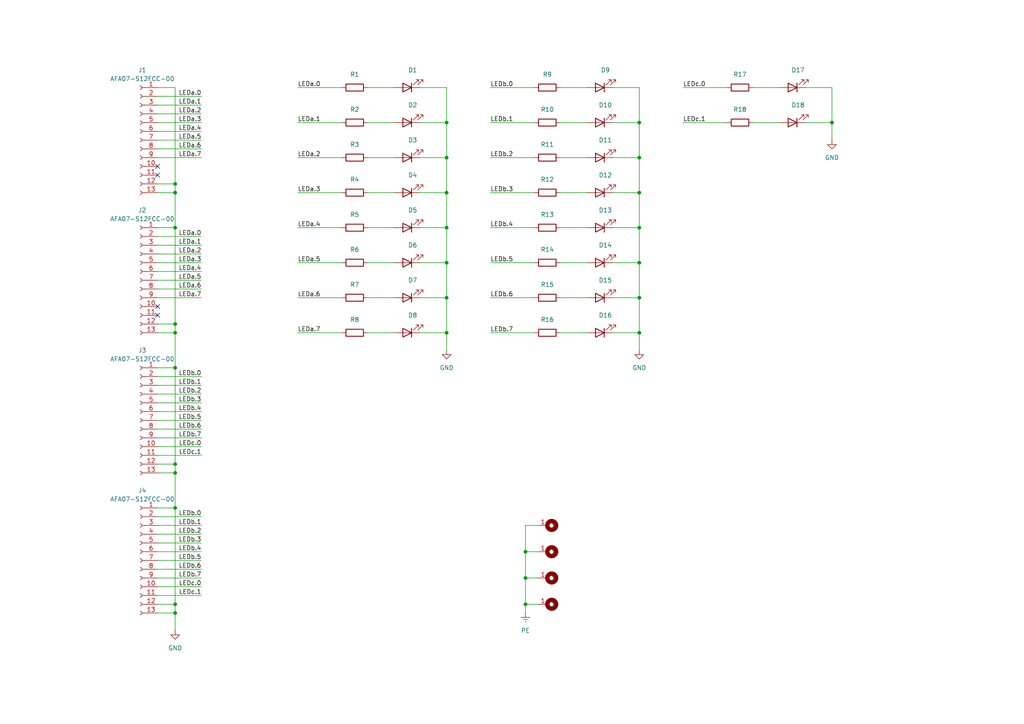
<source format=kicad_sch>
(kicad_sch (version 20250114) (generator "eeschema") (generator_version "9.0")
  (paper "A4")
  (title_block (title "${article} v${version}"))
  (lib_symbols
    (symbol "Device:R" (pin_numbers (hide yes)) (pin_names (offset 0))
      (property "Reference" "R" (at 2.032 0 90))
      (property "Value" "R" (at 0 0 90))
      (symbol "R_0_1"
        (rectangle (start -1.016 -2.54) (end 1.016 2.54) (stroke (width 0.254)))
      )
      (symbol "R_1_1"
        (pin passive line (at 0 3.81 270) (length 1.27) (name "~") (number "1"))
        (pin passive line (at 0 -3.81 90) (length 1.27) (name "~") (number "2"))
      )
    )
    (symbol "kicad_inventree_lib:AFA07-S12FCC-00" (pin_names (offset 1.016) (hide yes))
      (property "Reference" "J" (at 0 12.7 0))
      (property "Value" "AFA07-S12FCC-00" (at 0 -27.94 0))
      (symbol "AFA07-S12FCC-00_1_1"
        (polyline (pts (xy -1.27 10.16) (xy -0.508 10.16)) (stroke (width 0.1524)))
        (polyline (pts (xy -1.27 7.62) (xy -0.508 7.62)) (stroke (width 0.1524)))
        (polyline (pts (xy -1.27 5.08) (xy -0.508 5.08)) (stroke (width 0.1524)))
        (polyline (pts (xy -1.27 2.54) (xy -0.508 2.54)) (stroke (width 0.1524)))
        (polyline (pts (xy -1.27 0) (xy -0.508 0)) (stroke (width 0.1524)))
        (polyline (pts (xy -1.27 -2.54) (xy -0.508 -2.54)) (stroke (width 0.1524)))
        (polyline (pts (xy -1.27 -5.08) (xy -0.508 -5.08)) (stroke (width 0.1524)))
        (polyline (pts (xy -1.27 -7.62) (xy -0.508 -7.62)) (stroke (width 0.1524)))
        (polyline (pts (xy -1.27 -10.16) (xy -0.508 -10.16)) (stroke (width 0.1524)))
        (polyline (pts (xy -1.27 -12.7) (xy -0.508 -12.7)) (stroke (width 0.1524)))
        (polyline (pts (xy -1.27 -15.24) (xy -0.508 -15.24)) (stroke (width 0.1524)))
        (polyline (pts (xy -1.27 -17.78) (xy -0.508 -17.78)) (stroke (width 0.1524)))
        (polyline (pts (xy -1.27 -20.32) (xy -0.508 -20.32)) (stroke (width 0.1524)))
        (arc (start 0 9.652) (mid -0.5058 10.16) (end 0 10.668) (stroke (width 0.1524)))
        (arc (start 0 7.112) (mid -0.5058 7.62) (end 0 8.128) (stroke (width 0.1524)))
        (arc (start 0 4.572) (mid -0.5058 5.08) (end 0 5.588) (stroke (width 0.1524)))
        (arc (start 0 2.032) (mid -0.5058 2.54) (end 0 3.048) (stroke (width 0.1524)))
        (arc (start 0 -0.508) (mid -0.5058 0) (end 0 0.508) (stroke (width 0.1524)))
        (arc (start 0 -3.048) (mid -0.5058 -2.54) (end 0 -2.032) (stroke (width 0.1524)))
        (arc (start 0 -5.588) (mid -0.5058 -5.08) (end 0 -4.572) (stroke (width 0.1524)))
        (arc (start 0 -8.128) (mid -0.5058 -7.62) (end 0 -7.112) (stroke (width 0.1524)))
        (arc (start 0 -10.668) (mid -0.5058 -10.16) (end 0 -9.652) (stroke (width 0.1524)))
        (arc (start 0 -13.208) (mid -0.5058 -12.7) (end 0 -12.192) (stroke (width 0.1524)))
        (arc (start 0 -15.748) (mid -0.5058 -15.24) (end 0 -14.732) (stroke (width 0.1524)))
        (arc (start 0 -18.288) (mid -0.5058 -17.78) (end 0 -17.272) (stroke (width 0.1524)))
        (arc (start 0 -20.828) (mid -0.5058 -20.32) (end 0 -19.812) (stroke (width 0.1524)))
        (pin passive line (at -5.08 10.16 0) (length 3.81) (name "Pin_1") (number "1"))
        (pin passive line (at -5.08 7.62 0) (length 3.81) (name "Pin_2") (number "2"))
        (pin passive line (at -5.08 5.08 0) (length 3.81) (name "Pin_3") (number "3"))
        (pin passive line (at -5.08 2.54 0) (length 3.81) (name "Pin_4") (number "4"))
        (pin passive line (at -5.08 0 0) (length 3.81) (name "Pin_5") (number "5"))
        (pin passive line (at -5.08 -2.54 0) (length 3.81) (name "Pin_6") (number "6"))
        (pin passive line (at -5.08 -5.08 0) (length 3.81) (name "Pin_7") (number "7"))
        (pin passive line (at -5.08 -7.62 0) (length 3.81) (name "Pin_8") (number "8"))
        (pin passive line (at -5.08 -10.16 0) (length 3.81) (name "Pin_9") (number "9"))
        (pin passive line (at -5.08 -12.7 0) (length 3.81) (name "Pin_10") (number "10"))
        (pin passive line (at -5.08 -15.24 0) (length 3.81) (name "Pin_11") (number "11"))
        (pin passive line (at -5.08 -17.78 0) (length 3.81) (name "Pin_11") (number "12"))
        (pin passive line (at -5.08 -20.32 0) (length 3.81) (name "Pin_11") (number "13"))
      )
    )
    (symbol "kicad_inventree_lib:MountingHole_M4" (pin_names (offset 1.016)) (exclude_from_sim yes) (in_bom no)
      (symbol "MountingHole_M4_0_1"
        (circle (center 0 0) (radius 1.27) (stroke (width 1.27)))
      )
      (symbol "MountingHole_M4_1_1"
        (pin input line (at 0 -3.81 90) (length 2.54) (name "1") (number "1"))
      )
    )
    (symbol "kicad_inventree_lib:XL-1606SYGC" (pin_numbers (hide yes)) (pin_names (offset 1.016) (hide yes))
      (property "Reference" "D" (at 0 2.54 0))
      (property "Value" "XL-1606SYGC" (at 0 -3.81 0))
      (symbol "XL-1606SYGC_0_1"
        (polyline (pts (xy -3.048 -0.762) (xy -4.572 -2.286) (xy -3.81 -2.286) (xy -4.572 -2.286) (xy -4.572 -1.524)))
        (polyline (pts (xy -1.778 -0.762) (xy -3.302 -2.286) (xy -2.54 -2.286) (xy -3.302 -2.286) (xy -3.302 -1.524)))
        (polyline (pts (xy -1.27 0) (xy 1.27 0)))
        (polyline (pts (xy -1.27 -1.27) (xy -1.27 1.27)) (stroke (width 0.254)))
        (polyline (pts (xy 1.27 -1.27) (xy 1.27 1.27) (xy -1.27 0) (xy 1.27 -1.27)) (stroke (width 0.254)))
      )
      (symbol "XL-1606SYGC_1_1"
        (pin passive line (at -3.81 0 0) (length 2.54) (name "K") (number "1"))
        (pin passive line (at 3.81 0 180) (length 2.54) (name "A") (number "2"))
      )
    )
    (symbol "power:Earth" (power) (pin_numbers (hide yes)) (pin_names (offset 0) (hide yes))
      (property "Value" "Earth" (at 0 -3.81 0))
      (symbol "Earth_0_1"
        (polyline (pts (xy -0.635 -1.905) (xy 0.635 -1.905)))
        (polyline (pts (xy -0.127 -2.54) (xy 0.127 -2.54)))
        (polyline (pts (xy 0 -1.27) (xy 0 0)))
        (polyline (pts (xy 1.27 -1.27) (xy -1.27 -1.27)))
      )
      (symbol "Earth_1_1"
        (pin power_in line (at 0 0 270) (length 0) (name "~") (number "1"))
      )
    )
    (symbol "power:GND" (power) (pin_numbers (hide yes)) (pin_names (offset 0) (hide yes))
      (property "Value" "GND" (at 0 -3.81 0))
      (symbol "GND_0_1"
        (polyline (pts (xy 0 0) (xy 0 -1.27) (xy 1.27 -1.27) (xy 0 -2.54) (xy -1.27 -1.27) (xy 0 -1.27)))
      )
      (symbol "GND_1_1"
        (pin power_in line (at 0 0 270) (length 0) (name "~") (number "1"))
      )
    )
  )
  (junction (at 50.8 134.62))
  (junction (at 241.3 35.56))
  (junction (at 185.42 96.52))
  (junction (at 50.8 66.04))
  (junction (at 50.8 175.26))
  (junction (at 185.42 76.2))
  (junction (at 50.8 147.32))
  (junction (at 129.54 66.04))
  (junction (at 185.42 55.88))
  (junction (at 152.4 167.64))
  (junction (at 50.8 96.52))
  (junction (at 185.42 66.04))
  (junction (at 185.42 35.56))
  (junction (at 50.8 106.68))
  (junction (at 129.54 96.52))
  (junction (at 50.8 93.98))
  (junction (at 129.54 76.2))
  (junction (at 152.4 175.26))
  (junction (at 50.8 177.8))
  (junction (at 185.42 45.72))
  (junction (at 129.54 55.88))
  (junction (at 129.54 86.36))
  (junction (at 129.54 35.56))
  (junction (at 152.4 160.02))
  (junction (at 50.8 53.34))
  (junction (at 185.42 86.36))
  (junction (at 50.8 55.88))
  (junction (at 50.8 137.16))
  (junction (at 129.54 45.72))
  (no_connect (at 45.72 88.9))
  (no_connect (at 45.72 50.8))
  (no_connect (at 45.72 91.44))
  (no_connect (at 45.72 48.26))
  (wire (pts (xy 99.06 25.4) (xy 86.36 25.4)))
  (wire (pts (xy 45.72 86.36) (xy 58.42 86.36)))
  (wire (pts (xy 45.72 78.74) (xy 58.42 78.74)))
  (wire (pts (xy 156.21 160.02) (xy 152.4 160.02)))
  (wire (pts (xy 210.82 35.56) (xy 198.12 35.56)))
  (wire (pts (xy 185.42 55.88) (xy 185.42 66.04)))
  (wire (pts (xy 45.72 30.48) (xy 58.42 30.48)))
  (wire (pts (xy 210.82 25.4) (xy 198.12 25.4)))
  (wire (pts (xy 154.94 76.2) (xy 142.24 76.2)))
  (wire (pts (xy 114.3 35.56) (xy 106.68 35.56)))
  (wire (pts (xy 45.72 66.04) (xy 50.8 66.04)))
  (wire (pts (xy 185.42 55.88) (xy 177.8 55.88)))
  (wire (pts (xy 45.72 165.1) (xy 58.42 165.1)))
  (wire (pts (xy 99.06 45.72) (xy 86.36 45.72)))
  (wire (pts (xy 45.72 55.88) (xy 50.8 55.88)))
  (wire (pts (xy 170.18 35.56) (xy 162.56 35.56)))
  (wire (pts (xy 45.72 68.58) (xy 58.42 68.58)))
  (wire (pts (xy 129.54 45.72) (xy 129.54 55.88)))
  (wire (pts (xy 45.72 96.52) (xy 50.8 96.52)))
  (wire (pts (xy 45.72 129.54) (xy 58.42 129.54)))
  (wire (pts (xy 45.72 109.22) (xy 58.42 109.22)))
  (wire (pts (xy 50.8 53.34) (xy 50.8 55.88)))
  (wire (pts (xy 156.21 167.64) (xy 152.4 167.64)))
  (wire (pts (xy 50.8 147.32) (xy 50.8 175.26)))
  (wire (pts (xy 170.18 25.4) (xy 162.56 25.4)))
  (wire (pts (xy 45.72 121.92) (xy 58.42 121.92)))
  (wire (pts (xy 185.42 66.04) (xy 177.8 66.04)))
  (wire (pts (xy 45.72 132.08) (xy 58.42 132.08)))
  (wire (pts (xy 45.72 27.94) (xy 58.42 27.94)))
  (wire (pts (xy 129.54 96.52) (xy 129.54 101.6)))
  (wire (pts (xy 45.72 175.26) (xy 50.8 175.26)))
  (wire (pts (xy 185.42 35.56) (xy 177.8 35.56)))
  (wire (pts (xy 114.3 55.88) (xy 106.68 55.88)))
  (wire (pts (xy 45.72 71.12) (xy 58.42 71.12)))
  (wire (pts (xy 154.94 55.88) (xy 142.24 55.88)))
  (wire (pts (xy 45.72 137.16) (xy 50.8 137.16)))
  (wire (pts (xy 45.72 35.56) (xy 58.42 35.56)))
  (wire (pts (xy 129.54 66.04) (xy 129.54 76.2)))
  (wire (pts (xy 114.3 66.04) (xy 106.68 66.04)))
  (wire (pts (xy 152.4 152.4) (xy 152.4 160.02)))
  (wire (pts (xy 45.72 119.38) (xy 58.42 119.38)))
  (wire (pts (xy 114.3 76.2) (xy 106.68 76.2)))
  (wire (pts (xy 45.72 160.02) (xy 58.42 160.02)))
  (wire (pts (xy 170.18 55.88) (xy 162.56 55.88)))
  (wire (pts (xy 154.94 86.36) (xy 142.24 86.36)))
  (wire (pts (xy 45.72 177.8) (xy 50.8 177.8)))
  (wire (pts (xy 185.42 35.56) (xy 185.42 45.72)))
  (wire (pts (xy 50.8 175.26) (xy 50.8 177.8)))
  (wire (pts (xy 170.18 96.52) (xy 162.56 96.52)))
  (wire (pts (xy 241.3 35.56) (xy 233.68 35.56)))
  (wire (pts (xy 45.72 114.3) (xy 58.42 114.3)))
  (wire (pts (xy 45.72 45.72) (xy 58.42 45.72)))
  (wire (pts (xy 152.4 175.26) (xy 156.21 175.26)))
  (wire (pts (xy 45.72 162.56) (xy 58.42 162.56)))
  (wire (pts (xy 50.8 55.88) (xy 50.8 66.04)))
  (wire (pts (xy 241.3 35.56) (xy 241.3 40.64)))
  (wire (pts (xy 154.94 35.56) (xy 142.24 35.56)))
  (wire (pts (xy 45.72 154.94) (xy 58.42 154.94)))
  (wire (pts (xy 152.4 160.02) (xy 152.4 167.64)))
  (wire (pts (xy 129.54 55.88) (xy 129.54 66.04)))
  (wire (pts (xy 185.42 25.4) (xy 185.42 35.56)))
  (wire (pts (xy 45.72 116.84) (xy 58.42 116.84)))
  (wire (pts (xy 170.18 66.04) (xy 162.56 66.04)))
  (wire (pts (xy 50.8 134.62) (xy 50.8 137.16)))
  (wire (pts (xy 50.8 177.8) (xy 50.8 182.88)))
  (wire (pts (xy 114.3 96.52) (xy 106.68 96.52)))
  (wire (pts (xy 129.54 35.56) (xy 121.92 35.56)))
  (wire (pts (xy 45.72 76.2) (xy 58.42 76.2)))
  (wire (pts (xy 129.54 45.72) (xy 121.92 45.72)))
  (wire (pts (xy 50.8 93.98) (xy 50.8 96.52)))
  (wire (pts (xy 45.72 93.98) (xy 50.8 93.98)))
  (wire (pts (xy 45.72 111.76) (xy 58.42 111.76)))
  (wire (pts (xy 50.8 137.16) (xy 50.8 147.32)))
  (wire (pts (xy 185.42 76.2) (xy 185.42 86.36)))
  (wire (pts (xy 45.72 157.48) (xy 58.42 157.48)))
  (wire (pts (xy 185.42 86.36) (xy 177.8 86.36)))
  (wire (pts (xy 154.94 66.04) (xy 142.24 66.04)))
  (wire (pts (xy 156.21 152.4) (xy 152.4 152.4)))
  (wire (pts (xy 114.3 25.4) (xy 106.68 25.4)))
  (wire (pts (xy 45.72 81.28) (xy 58.42 81.28)))
  (wire (pts (xy 45.72 43.18) (xy 58.42 43.18)))
  (wire (pts (xy 129.54 86.36) (xy 129.54 96.52)))
  (wire (pts (xy 114.3 45.72) (xy 106.68 45.72)))
  (wire (pts (xy 185.42 45.72) (xy 185.42 55.88)))
  (wire (pts (xy 45.72 83.82) (xy 58.42 83.82)))
  (wire (pts (xy 129.54 55.88) (xy 121.92 55.88)))
  (wire (pts (xy 185.42 66.04) (xy 185.42 76.2)))
  (wire (pts (xy 99.06 55.88) (xy 86.36 55.88)))
  (wire (pts (xy 99.06 66.04) (xy 86.36 66.04)))
  (wire (pts (xy 45.72 40.64) (xy 58.42 40.64)))
  (wire (pts (xy 45.72 124.46) (xy 58.42 124.46)))
  (wire (pts (xy 45.72 167.64) (xy 58.42 167.64)))
  (wire (pts (xy 45.72 127) (xy 58.42 127)))
  (wire (pts (xy 129.54 86.36) (xy 121.92 86.36)))
  (wire (pts (xy 45.72 152.4) (xy 58.42 152.4)))
  (wire (pts (xy 185.42 45.72) (xy 177.8 45.72)))
  (wire (pts (xy 185.42 96.52) (xy 177.8 96.52)))
  (wire (pts (xy 154.94 45.72) (xy 142.24 45.72)))
  (wire (pts (xy 45.72 33.02) (xy 58.42 33.02)))
  (wire (pts (xy 114.3 86.36) (xy 106.68 86.36)))
  (wire (pts (xy 170.18 45.72) (xy 162.56 45.72)))
  (wire (pts (xy 129.54 25.4) (xy 121.92 25.4)))
  (wire (pts (xy 50.8 25.4) (xy 50.8 53.34)))
  (wire (pts (xy 185.42 96.52) (xy 185.42 101.6)))
  (wire (pts (xy 45.72 73.66) (xy 58.42 73.66)))
  (wire (pts (xy 45.72 53.34) (xy 50.8 53.34)))
  (wire (pts (xy 129.54 96.52) (xy 121.92 96.52)))
  (wire (pts (xy 129.54 66.04) (xy 121.92 66.04)))
  (wire (pts (xy 129.54 35.56) (xy 129.54 45.72)))
  (wire (pts (xy 154.94 25.4) (xy 142.24 25.4)))
  (wire (pts (xy 50.8 96.52) (xy 50.8 106.68)))
  (wire (pts (xy 129.54 25.4) (xy 129.54 35.56)))
  (wire (pts (xy 45.72 172.72) (xy 58.42 172.72)))
  (wire (pts (xy 152.4 177.8) (xy 152.4 175.26)))
  (wire (pts (xy 45.72 170.18) (xy 58.42 170.18)))
  (wire (pts (xy 129.54 76.2) (xy 121.92 76.2)))
  (wire (pts (xy 185.42 76.2) (xy 177.8 76.2)))
  (wire (pts (xy 50.8 106.68) (xy 50.8 134.62)))
  (wire (pts (xy 185.42 86.36) (xy 185.42 96.52)))
  (wire (pts (xy 45.72 147.32) (xy 50.8 147.32)))
  (wire (pts (xy 45.72 106.68) (xy 50.8 106.68)))
  (wire (pts (xy 226.06 35.56) (xy 218.44 35.56)))
  (wire (pts (xy 99.06 86.36) (xy 86.36 86.36)))
  (wire (pts (xy 45.72 38.1) (xy 58.42 38.1)))
  (wire (pts (xy 170.18 76.2) (xy 162.56 76.2)))
  (wire (pts (xy 170.18 86.36) (xy 162.56 86.36)))
  (wire (pts (xy 129.54 76.2) (xy 129.54 86.36)))
  (wire (pts (xy 154.94 96.52) (xy 142.24 96.52)))
  (wire (pts (xy 45.72 25.4) (xy 50.8 25.4)))
  (wire (pts (xy 99.06 96.52) (xy 86.36 96.52)))
  (wire (pts (xy 241.3 25.4) (xy 241.3 35.56)))
  (wire (pts (xy 45.72 134.62) (xy 50.8 134.62)))
  (wire (pts (xy 99.06 35.56) (xy 86.36 35.56)))
  (wire (pts (xy 99.06 76.2) (xy 86.36 76.2)))
  (wire (pts (xy 45.72 149.86) (xy 58.42 149.86)))
  (wire (pts (xy 152.4 167.64) (xy 152.4 175.26)))
  (wire (pts (xy 185.42 25.4) (xy 177.8 25.4)))
  (wire (pts (xy 226.06 25.4) (xy 218.44 25.4)))
  (wire (pts (xy 50.8 66.04) (xy 50.8 93.98)))
  (wire (pts (xy 241.3 25.4) (xy 233.68 25.4)))
  (label "LEDb.3" (at 58.42 157.48 180))
  (label "LEDa.4" (at 86.36 66.04 0))
  (label "LEDa.3" (at 86.36 55.88 0))
  (label "LEDb.5" (at 58.42 121.92 180))
  (label "LEDa.5" (at 86.36 76.2 0))
  (label "LEDa.5" (at 58.42 81.28 180))
  (label "LEDa.6" (at 58.42 43.18 180))
  (label "LEDb.5" (at 142.24 76.2 0))
  (label "LEDa.3" (at 58.42 76.2 180))
  (label "LEDa.6" (at 58.42 83.82 180))
  (label "LEDb.7" (at 58.42 167.64 180))
  (label "LEDc.1" (at 58.42 172.72 180))
  (label "LEDb.4" (at 142.24 66.04 0))
  (label "LEDb.1" (at 58.42 152.4 180))
  (label "LEDc.1" (at 198.12 35.56 0))
  (label "LEDa.7" (at 86.36 96.52 0))
  (label "LEDa.1" (at 58.42 30.48 180))
  (label "LEDb.1" (at 142.24 35.56 0))
  (label "LEDa.1" (at 86.36 35.56 0))
  (label "LEDc.0" (at 198.12 25.4 0))
  (label "LEDa.5" (at 58.42 40.64 180))
  (label "LEDc.1" (at 58.42 132.08 180))
  (label "LEDa.1" (at 58.42 71.12 180))
  (label "LEDa.2" (at 58.42 33.02 180))
  (label "LEDa.4" (at 58.42 78.74 180))
  (label "LEDb.7" (at 58.42 127 180))
  (label "LEDb.4" (at 58.42 160.02 180))
  (label "LEDc.0" (at 58.42 129.54 180))
  (label "LEDb.3" (at 58.42 116.84 180))
  (label "LEDb.1" (at 58.42 111.76 180))
  (label "LEDa.0" (at 58.42 27.94 180))
  (label "LEDb.5" (at 58.42 162.56 180))
  (label "LEDb.6" (at 142.24 86.36 0))
  (label "LEDb.3" (at 142.24 55.88 0))
  (label "LEDb.4" (at 58.42 119.38 180))
  (label "LEDb.2" (at 58.42 114.3 180))
  (label "LEDb.0" (at 142.24 25.4 0))
  (label "LEDb.7" (at 142.24 96.52 0))
  (label "LEDa.4" (at 58.42 38.1 180))
  (label "LEDa.6" (at 86.36 86.36 0))
  (label "LEDb.2" (at 142.24 45.72 0))
  (label "LEDa.0" (at 86.36 25.4 0))
  (label "LEDc.0" (at 58.42 170.18 180))
  (label "LEDb.0" (at 58.42 109.22 180))
  (label "LEDb.0" (at 58.42 149.86 180))
  (label "LEDb.6" (at 58.42 165.1 180))
  (label "LEDa.7" (at 58.42 86.36 180))
  (label "LEDa.0" (at 58.42 68.58 180))
  (label "LEDb.2" (at 58.42 154.94 180))
  (label "LEDa.3" (at 58.42 35.56 180))
  (label "LEDa.7" (at 58.42 45.72 180))
  (label "LEDa.2" (at 58.42 73.66 180))
  (label "LEDa.2" (at 86.36 45.72 0))
  (label "LEDb.6" (at 58.42 124.46 180))
  (symbol (lib_id "kicad_inventree_lib:XL-1606SYGC") (at 173.99 35.56 180) (unit 1) (in_bom no)
    (property "Reference" "D10" (at 175.5775 30.48 0))
    (property "Value" "XL-1606SYGC" (effects (hide yes)))
    (property "Footprint" "kicad_inventree_lib:XL-1606" (effects (hide yes)))
    (property "Datasheet" "http://inventree.network/part/278/" (effects (hide yes)))
    (property "Description" "LED 0602 general green" (effects (hide yes)))
    (property "part_ipn" "XL-1606SYGC" (effects (hide yes)))
  )
  (symbol (lib_id "kicad_inventree_lib:XL-1606SYGC") (at 118.11 86.36 180) (unit 1) (in_bom no)
    (property "Reference" "D7" (at 119.6975 81.28 0))
    (property "Value" "XL-1606SYGC" (effects (hide yes)))
    (property "Footprint" "kicad_inventree_lib:XL-1606" (effects (hide yes)))
    (property "Datasheet" "http://inventree.network/part/278/" (effects (hide yes)))
    (property "Description" "LED 0602 general green" (effects (hide yes)))
    (property "part_ipn" "XL-1606SYGC" (effects (hide yes)))
  )
  (symbol (lib_id "kicad_inventree_lib:AFA07-S12FCC-00") (at 40.64 157.48 0) (mirror y) (unit 1) (in_bom no)
    (property "Reference" "J4" (at 41.275 142.24 0))
    (property "Value" "AFA07-S12FCC-00" (at 41.275 144.78 0))
    (property "Footprint" "kicad_inventree_lib:CONN10_AFA07-S12_JUS" (effects (hide yes)))
    (property "Description" "Generic connector, single row, 01x10, script generated" (effects (hide yes)))
    (property "part_ipn" "AFA07-S12FCC-00" (effects (hide yes)))
  )
  (symbol (lib_id "kicad_inventree_lib:XL-1606SYGC") (at 173.99 25.4 180) (unit 1) (in_bom no)
    (property "Reference" "D9" (at 175.5775 20.32 0))
    (property "Value" "XL-1606SYGC" (effects (hide yes)))
    (property "Footprint" "kicad_inventree_lib:XL-1606" (effects (hide yes)))
    (property "Datasheet" "http://inventree.network/part/278/" (effects (hide yes)))
    (property "Description" "LED 0602 general green" (effects (hide yes)))
    (property "part_ipn" "XL-1606SYGC" (effects (hide yes)))
  )
  (symbol (lib_id "kicad_inventree_lib:XL-1606SYGC") (at 173.99 55.88 180) (unit 1) (in_bom no)
    (property "Reference" "D12" (at 175.5775 50.8 0))
    (property "Value" "XL-1606SYGC" (effects (hide yes)))
    (property "Footprint" "kicad_inventree_lib:XL-1606" (effects (hide yes)))
    (property "Datasheet" "http://inventree.network/part/278/" (effects (hide yes)))
    (property "Description" "LED 0602 general green" (effects (hide yes)))
    (property "part_ipn" "XL-1606SYGC" (effects (hide yes)))
  )
  (symbol (lib_id "power:GND") (at 50.8 182.88 0) (mirror y) (unit 1)
    (property "Reference" "#PWR01" (effects (hide yes)))
    (property "Value" "GND" (at 50.8 187.96 0))
    (property "Description" "Power symbol creates a global label with name \"GND\" , ground" (effects (hide yes)))
  )
  (symbol (lib_id "kicad_inventree_lib:XL-1606SYGC") (at 173.99 96.52 180) (unit 1) (in_bom no)
    (property "Reference" "D16" (at 175.5775 91.44 0))
    (property "Value" "XL-1606SYGC" (effects (hide yes)))
    (property "Footprint" "kicad_inventree_lib:XL-1606" (effects (hide yes)))
    (property "Datasheet" "http://inventree.network/part/278/" (effects (hide yes)))
    (property "Description" "LED 0602 general green" (effects (hide yes)))
    (property "part_ipn" "XL-1606SYGC" (effects (hide yes)))
  )
  (symbol (lib_id "kicad_inventree_lib:XL-1606SYGC") (at 173.99 86.36 180) (unit 1) (in_bom no)
    (property "Reference" "D15" (at 175.5775 81.28 0))
    (property "Value" "XL-1606SYGC" (effects (hide yes)))
    (property "Footprint" "kicad_inventree_lib:XL-1606" (effects (hide yes)))
    (property "Datasheet" "http://inventree.network/part/278/" (effects (hide yes)))
    (property "Description" "LED 0602 general green" (effects (hide yes)))
    (property "part_ipn" "XL-1606SYGC" (effects (hide yes)))
  )
  (symbol (lib_id "kicad_inventree_lib:XL-1606SYGC") (at 118.11 45.72 180) (unit 1) (in_bom no)
    (property "Reference" "D3" (at 119.6975 40.64 0))
    (property "Value" "XL-1606SYGC" (effects (hide yes)))
    (property "Footprint" "kicad_inventree_lib:XL-1606" (effects (hide yes)))
    (property "Datasheet" "http://inventree.network/part/278/" (effects (hide yes)))
    (property "Description" "LED 0602 general green" (effects (hide yes)))
    (property "part_ipn" "XL-1606SYGC" (effects (hide yes)))
  )
  (symbol (lib_id "kicad_inventree_lib:XL-1606SYGC") (at 118.11 55.88 180) (unit 1) (in_bom no)
    (property "Reference" "D4" (at 119.6975 50.8 0))
    (property "Value" "XL-1606SYGC" (effects (hide yes)))
    (property "Footprint" "kicad_inventree_lib:XL-1606" (effects (hide yes)))
    (property "Datasheet" "http://inventree.network/part/278/" (effects (hide yes)))
    (property "Description" "LED 0602 general green" (effects (hide yes)))
    (property "part_ipn" "XL-1606SYGC" (effects (hide yes)))
  )
  (symbol (lib_id "kicad_inventree_lib:XL-1606SYGC") (at 118.11 96.52 180) (unit 1) (in_bom no)
    (property "Reference" "D8" (at 119.6975 91.44 0))
    (property "Value" "XL-1606SYGC" (effects (hide yes)))
    (property "Footprint" "kicad_inventree_lib:XL-1606" (effects (hide yes)))
    (property "Datasheet" "http://inventree.network/part/278/" (effects (hide yes)))
    (property "Description" "LED 0602 general green" (effects (hide yes)))
    (property "part_ipn" "XL-1606SYGC" (effects (hide yes)))
  )
  (symbol (lib_id "kicad_inventree_lib:MountingHole_M4") (at 160.02 167.64 270) (unit 1) (exclude_from_sim yes) (in_bom no)
    (property "Reference" "H2" (effects (hide yes)))
    (property "Value" "M4" (effects (hide yes)))
    (property "Footprint" "MountingHole:MountingHole_2.2mm_M2_Pad" (effects (hide yes)))
  )
  (symbol (lib_id "Device:R") (at 102.87 76.2 90) (unit 1) (in_bom no)
    (property "Reference" "R6" (at 102.87 72.39 90))
    (property "Value" "R" (effects (hide yes)))
    (property "Footprint" "kicad_inventree_lib:R_0603_1608Metric" (effects (hide yes)))
    (property "Description" "Resistor" (effects (hide yes)))
  )
  (symbol (lib_id "Device:R") (at 214.63 35.56 90) (unit 1) (in_bom no)
    (property "Reference" "R18" (at 214.63 31.75 90))
    (property "Value" "R" (effects (hide yes)))
    (property "Footprint" "kicad_inventree_lib:R_0603_1608Metric" (effects (hide yes)))
    (property "Description" "Resistor" (effects (hide yes)))
  )
  (symbol (lib_id "kicad_inventree_lib:XL-1606SYGC") (at 229.87 25.4 180) (unit 1) (in_bom no)
    (property "Reference" "D17" (at 231.4575 20.32 0))
    (property "Value" "XL-1606SYGC" (effects (hide yes)))
    (property "Footprint" "kicad_inventree_lib:XL-1606" (effects (hide yes)))
    (property "Datasheet" "http://inventree.network/part/278/" (effects (hide yes)))
    (property "Description" "LED 0602 general green" (effects (hide yes)))
    (property "part_ipn" "XL-1606SYGC" (effects (hide yes)))
  )
  (symbol (lib_id "kicad_inventree_lib:XL-1606SYGC") (at 173.99 66.04 180) (unit 1) (in_bom no)
    (property "Reference" "D13" (at 175.5775 60.96 0))
    (property "Value" "XL-1606SYGC" (effects (hide yes)))
    (property "Footprint" "kicad_inventree_lib:XL-1606" (effects (hide yes)))
    (property "Datasheet" "http://inventree.network/part/278/" (effects (hide yes)))
    (property "Description" "LED 0602 general green" (effects (hide yes)))
    (property "part_ipn" "XL-1606SYGC" (effects (hide yes)))
  )
  (symbol (lib_id "Device:R") (at 102.87 35.56 90) (unit 1) (in_bom no)
    (property "Reference" "R2" (at 102.87 31.75 90))
    (property "Value" "R" (effects (hide yes)))
    (property "Footprint" "kicad_inventree_lib:R_0603_1608Metric" (effects (hide yes)))
    (property "Description" "Resistor" (effects (hide yes)))
  )
  (symbol (lib_id "power:GND") (at 241.3 40.64 0) (mirror y) (unit 1)
    (property "Reference" "#PWR04" (effects (hide yes)))
    (property "Value" "GND" (at 241.3 45.72 0))
    (property "Description" "Power symbol creates a global label with name \"GND\" , ground" (effects (hide yes)))
  )
  (symbol (lib_id "Device:R") (at 158.75 76.2 90) (unit 1) (in_bom no)
    (property "Reference" "R14" (at 158.75 72.39 90))
    (property "Value" "R" (effects (hide yes)))
    (property "Footprint" "kicad_inventree_lib:R_0603_1608Metric" (effects (hide yes)))
    (property "Description" "Resistor" (effects (hide yes)))
  )
  (symbol (lib_id "kicad_inventree_lib:XL-1606SYGC") (at 229.87 35.56 180) (unit 1) (in_bom no)
    (property "Reference" "D18" (at 231.4575 30.48 0))
    (property "Value" "XL-1606SYGC" (effects (hide yes)))
    (property "Footprint" "kicad_inventree_lib:XL-1606" (effects (hide yes)))
    (property "Datasheet" "http://inventree.network/part/278/" (effects (hide yes)))
    (property "Description" "LED 0602 general green" (effects (hide yes)))
    (property "part_ipn" "XL-1606SYGC" (effects (hide yes)))
  )
  (symbol (lib_id "kicad_inventree_lib:AFA07-S12FCC-00") (at 40.64 76.2 0) (mirror y) (unit 1) (in_bom no)
    (property "Reference" "J2" (at 41.275 60.96 0))
    (property "Value" "AFA07-S12FCC-00" (at 41.275 63.5 0))
    (property "Footprint" "kicad_inventree_lib:CONN10_AFA07-S12_JUS" (effects (hide yes)))
    (property "Description" "Generic connector, single row, 01x10, script generated" (effects (hide yes)))
    (property "part_ipn" "AFA07-S12FCC-00" (effects (hide yes)))
  )
  (symbol (lib_id "Device:R") (at 102.87 86.36 90) (unit 1) (in_bom no)
    (property "Reference" "R7" (at 102.87 82.55 90))
    (property "Value" "R" (effects (hide yes)))
    (property "Footprint" "kicad_inventree_lib:R_0603_1608Metric" (effects (hide yes)))
    (property "Description" "Resistor" (effects (hide yes)))
  )
  (symbol (lib_id "power:Earth") (at 152.4 177.8 0) (unit 1)
    (property "Reference" "#PWR039" (effects (hide yes)))
    (property "Value" "PE" (at 152.4 182.88 0))
    (property "Description" "Power symbol creates a global label with name \"Earth\"" (effects (hide yes)))
  )
  (symbol (lib_id "kicad_inventree_lib:XL-1606SYGC") (at 173.99 45.72 180) (unit 1) (in_bom no)
    (property "Reference" "D11" (at 175.5775 40.64 0))
    (property "Value" "XL-1606SYGC" (effects (hide yes)))
    (property "Footprint" "kicad_inventree_lib:XL-1606" (effects (hide yes)))
    (property "Datasheet" "http://inventree.network/part/278/" (effects (hide yes)))
    (property "Description" "LED 0602 general green" (effects (hide yes)))
    (property "part_ipn" "XL-1606SYGC" (effects (hide yes)))
  )
  (symbol (lib_id "Device:R") (at 102.87 55.88 90) (unit 1) (in_bom no)
    (property "Reference" "R4" (at 102.87 52.07 90))
    (property "Value" "R" (effects (hide yes)))
    (property "Footprint" "kicad_inventree_lib:R_0603_1608Metric" (effects (hide yes)))
    (property "Description" "Resistor" (effects (hide yes)))
  )
  (symbol (lib_id "Device:R") (at 158.75 96.52 90) (unit 1) (in_bom no)
    (property "Reference" "R16" (at 158.75 92.71 90))
    (property "Value" "R" (effects (hide yes)))
    (property "Footprint" "kicad_inventree_lib:R_0603_1608Metric" (effects (hide yes)))
    (property "Description" "Resistor" (effects (hide yes)))
  )
  (symbol (lib_id "Device:R") (at 102.87 45.72 90) (unit 1) (in_bom no)
    (property "Reference" "R3" (at 102.87 41.91 90))
    (property "Value" "R" (effects (hide yes)))
    (property "Footprint" "kicad_inventree_lib:R_0603_1608Metric" (effects (hide yes)))
    (property "Description" "Resistor" (effects (hide yes)))
  )
  (symbol (lib_id "Device:R") (at 102.87 66.04 90) (unit 1) (in_bom no)
    (property "Reference" "R5" (at 102.87 62.23 90))
    (property "Value" "R" (effects (hide yes)))
    (property "Footprint" "kicad_inventree_lib:R_0603_1608Metric" (effects (hide yes)))
    (property "Description" "Resistor" (effects (hide yes)))
  )
  (symbol (lib_id "Device:R") (at 158.75 25.4 90) (unit 1) (in_bom no)
    (property "Reference" "R9" (at 158.75 21.59 90))
    (property "Value" "R" (effects (hide yes)))
    (property "Footprint" "kicad_inventree_lib:R_0603_1608Metric" (effects (hide yes)))
    (property "Description" "Resistor" (effects (hide yes)))
  )
  (symbol (lib_id "Device:R") (at 158.75 35.56 90) (unit 1) (in_bom no)
    (property "Reference" "R10" (at 158.75 31.75 90))
    (property "Value" "R" (effects (hide yes)))
    (property "Footprint" "kicad_inventree_lib:R_0603_1608Metric" (effects (hide yes)))
    (property "Description" "Resistor" (effects (hide yes)))
  )
  (symbol (lib_id "Device:R") (at 102.87 96.52 90) (unit 1) (in_bom no)
    (property "Reference" "R8" (at 102.87 92.71 90))
    (property "Value" "R" (effects (hide yes)))
    (property "Footprint" "kicad_inventree_lib:R_0603_1608Metric" (effects (hide yes)))
    (property "Description" "Resistor" (effects (hide yes)))
  )
  (symbol (lib_id "kicad_inventree_lib:MountingHole_M4") (at 160.02 152.4 270) (unit 1) (exclude_from_sim yes) (in_bom no)
    (property "Reference" "H5" (effects (hide yes)))
    (property "Value" "M4" (effects (hide yes)))
    (property "Footprint" "MountingHole:MountingHole_2.2mm_M2_Pad" (effects (hide yes)))
  )
  (symbol (lib_id "kicad_inventree_lib:XL-1606SYGC") (at 118.11 66.04 180) (unit 1) (in_bom no)
    (property "Reference" "D5" (at 119.6975 60.96 0))
    (property "Value" "XL-1606SYGC" (effects (hide yes)))
    (property "Footprint" "kicad_inventree_lib:XL-1606" (effects (hide yes)))
    (property "Datasheet" "http://inventree.network/part/278/" (effects (hide yes)))
    (property "Description" "LED 0602 general green" (effects (hide yes)))
    (property "part_ipn" "XL-1606SYGC" (effects (hide yes)))
  )
  (symbol (lib_id "kicad_inventree_lib:AFA07-S12FCC-00") (at 40.64 116.84 0) (mirror y) (unit 1)
    (property "Reference" "J3" (at 41.275 101.6 0))
    (property "Value" "AFA07-S12FCC-00" (at 41.275 104.14 0))
    (property "Footprint" "kicad_inventree_lib:CONN10_AFA07-S12_JUS" (effects (hide yes)))
    (property "Description" "Generic connector, single row, 01x10, script generated" (effects (hide yes)))
    (property "part_ipn" "AFA07-S12FCC-00" (effects (hide yes)))
  )
  (symbol (lib_id "kicad_inventree_lib:XL-1606SYGC") (at 118.11 35.56 180) (unit 1) (in_bom no)
    (property "Reference" "D2" (at 119.6975 30.48 0))
    (property "Value" "XL-1606SYGC" (effects (hide yes)))
    (property "Footprint" "kicad_inventree_lib:XL-1606" (effects (hide yes)))
    (property "Datasheet" "http://inventree.network/part/278/" (effects (hide yes)))
    (property "Description" "LED 0602 general green" (effects (hide yes)))
    (property "part_ipn" "XL-1606SYGC" (effects (hide yes)))
  )
  (symbol (lib_id "kicad_inventree_lib:MountingHole_M4") (at 160.02 160.02 270) (unit 1) (exclude_from_sim yes) (in_bom no)
    (property "Reference" "H1" (effects (hide yes)))
    (property "Value" "M4" (effects (hide yes)))
    (property "Footprint" "MountingHole:MountingHole_2.2mm_M2_Pad" (effects (hide yes)))
  )
  (symbol (lib_id "kicad_inventree_lib:MountingHole_M4") (at 160.02 175.26 270) (unit 1) (exclude_from_sim yes) (in_bom no)
    (property "Reference" "H3" (effects (hide yes)))
    (property "Value" "M4" (effects (hide yes)))
    (property "Footprint" "MountingHole:MountingHole_2.2mm_M2_Pad" (effects (hide yes)))
  )
  (symbol (lib_id "power:GND") (at 185.42 101.6 0) (mirror y) (unit 1)
    (property "Reference" "#PWR03" (effects (hide yes)))
    (property "Value" "GND" (at 185.42 106.68 0))
    (property "Description" "Power symbol creates a global label with name \"GND\" , ground" (effects (hide yes)))
  )
  (symbol (lib_id "kicad_inventree_lib:XL-1606SYGC") (at 118.11 76.2 180) (unit 1) (in_bom no)
    (property "Reference" "D6" (at 119.6975 71.12 0))
    (property "Value" "XL-1606SYGC" (effects (hide yes)))
    (property "Footprint" "kicad_inventree_lib:XL-1606" (effects (hide yes)))
    (property "Datasheet" "http://inventree.network/part/278/" (effects (hide yes)))
    (property "Description" "LED 0602 general green" (effects (hide yes)))
    (property "part_ipn" "XL-1606SYGC" (effects (hide yes)))
  )
  (symbol (lib_id "Device:R") (at 158.75 66.04 90) (unit 1) (in_bom no)
    (property "Reference" "R13" (at 158.75 62.23 90))
    (property "Value" "R" (effects (hide yes)))
    (property "Footprint" "kicad_inventree_lib:R_0603_1608Metric" (effects (hide yes)))
    (property "Description" "Resistor" (effects (hide yes)))
  )
  (symbol (lib_id "Device:R") (at 214.63 25.4 90) (unit 1) (in_bom no)
    (property "Reference" "R17" (at 214.63 21.59 90))
    (property "Value" "R" (effects (hide yes)))
    (property "Footprint" "kicad_inventree_lib:R_0603_1608Metric" (effects (hide yes)))
    (property "Description" "Resistor" (effects (hide yes)))
  )
  (symbol (lib_id "Device:R") (at 102.87 25.4 90) (unit 1) (in_bom no)
    (property "Reference" "R1" (at 102.87 21.59 90))
    (property "Value" "R" (effects (hide yes)))
    (property "Footprint" "kicad_inventree_lib:R_0603_1608Metric" (effects (hide yes)))
    (property "Description" "Resistor" (effects (hide yes)))
  )
  (symbol (lib_id "Device:R") (at 158.75 86.36 90) (unit 1) (in_bom no)
    (property "Reference" "R15" (at 158.75 82.55 90))
    (property "Value" "R" (effects (hide yes)))
    (property "Footprint" "kicad_inventree_lib:R_0603_1608Metric" (effects (hide yes)))
    (property "Description" "Resistor" (effects (hide yes)))
  )
  (symbol (lib_id "kicad_inventree_lib:XL-1606SYGC") (at 173.99 76.2 180) (unit 1) (in_bom no)
    (property "Reference" "D14" (at 175.5775 71.12 0))
    (property "Value" "XL-1606SYGC" (effects (hide yes)))
    (property "Footprint" "kicad_inventree_lib:XL-1606" (effects (hide yes)))
    (property "Datasheet" "http://inventree.network/part/278/" (effects (hide yes)))
    (property "Description" "LED 0602 general green" (effects (hide yes)))
    (property "part_ipn" "XL-1606SYGC" (effects (hide yes)))
  )
  (symbol (lib_id "kicad_inventree_lib:XL-1606SYGC") (at 118.11 25.4 180) (unit 1) (in_bom no)
    (property "Reference" "D1" (at 119.6975 20.32 0))
    (property "Value" "XL-1606SYGC" (effects (hide yes)))
    (property "Footprint" "kicad_inventree_lib:XL-1606" (effects (hide yes)))
    (property "Datasheet" "http://inventree.network/part/278/" (effects (hide yes)))
    (property "Description" "LED 0602 general green" (effects (hide yes)))
    (property "part_ipn" "XL-1606SYGC" (effects (hide yes)))
  )
  (symbol (lib_id "Device:R") (at 158.75 45.72 90) (unit 1) (in_bom no)
    (property "Reference" "R11" (at 158.75 41.91 90))
    (property "Value" "R" (effects (hide yes)))
    (property "Footprint" "kicad_inventree_lib:R_0603_1608Metric" (effects (hide yes)))
    (property "Description" "Resistor" (effects (hide yes)))
  )
  (symbol (lib_id "power:GND") (at 129.54 101.6 0) (mirror y) (unit 1)
    (property "Reference" "#PWR02" (effects (hide yes)))
    (property "Value" "GND" (at 129.54 106.68 0))
    (property "Description" "Power symbol creates a global label with name \"GND\" , ground" (effects (hide yes)))
  )
  (symbol (lib_id "kicad_inventree_lib:AFA07-S12FCC-00") (at 40.64 35.56 0) (mirror y) (unit 1)
    (property "Reference" "J1" (at 41.275 20.32 0))
    (property "Value" "AFA07-S12FCC-00" (at 41.275 22.86 0))
    (property "Footprint" "kicad_inventree_lib:CONN10_AFA07-S12_JUS" (effects (hide yes)))
    (property "Description" "Generic connector, single row, 01x10, script generated" (effects (hide yes)))
    (property "part_ipn" "AFA07-S12FCC-00" (effects (hide yes)))
  )
  (symbol (lib_id "Device:R") (at 158.75 55.88 90) (unit 1) (in_bom no)
    (property "Reference" "R12" (at 158.75 52.07 90))
    (property "Value" "R" (effects (hide yes)))
    (property "Footprint" "kicad_inventree_lib:R_0603_1608Metric" (effects (hide yes)))
    (property "Description" "Resistor" (effects (hide yes)))
  )
)
</source>
